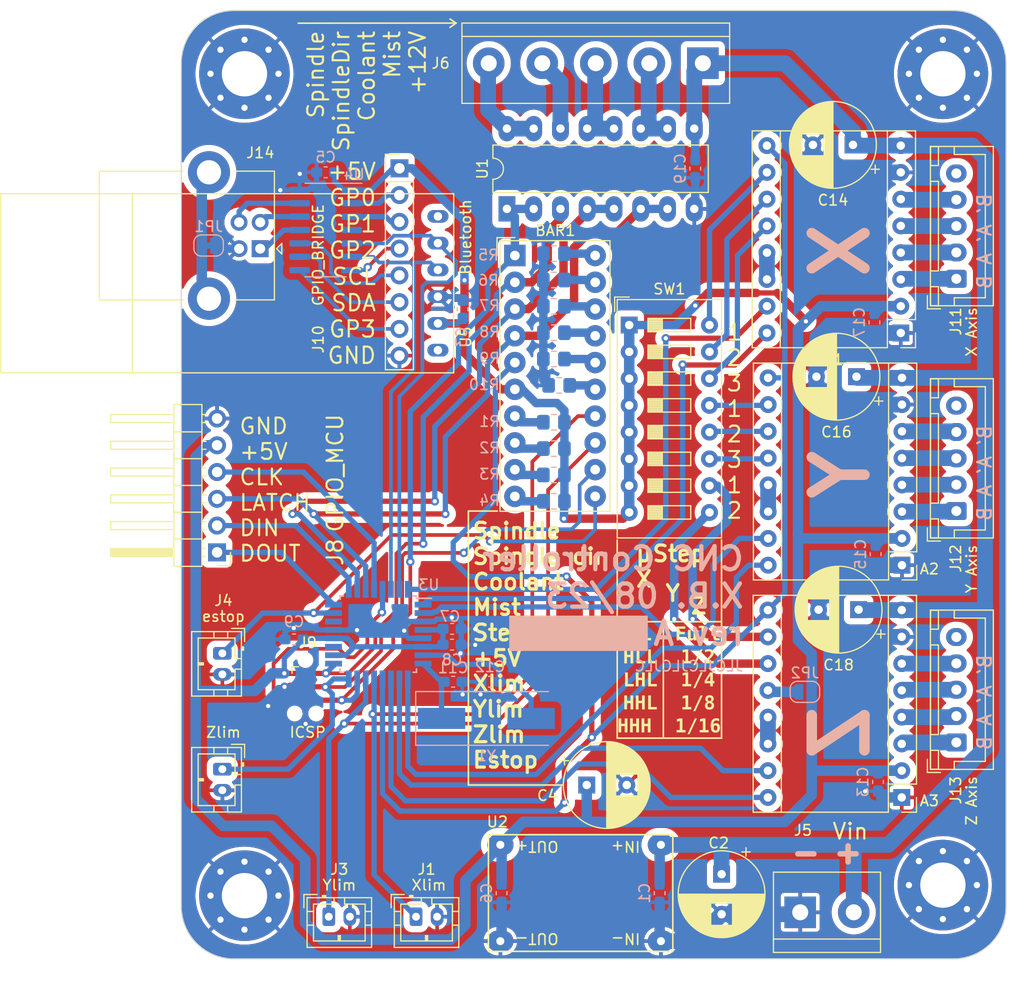
<source format=kicad_pcb>
(kicad_pcb (version 20221018) (generator pcbnew)
  (layers (0 "F.Cu" signal) (31 "B.Cu" signal) (34 "B.Paste" user) (35 "F.Paste" user) (36 "B.SilkS" user "B.Silkscreen") (37 "F.SilkS" user "F.Silkscreen") (38 "B.Mask" user) (39 "F.Mask" user) (44 "Edge.Cuts" user))
  (net 0 "")
  (net 1 "GND")
  (net 2 "+5V")
  (net 3 "Net-(A1-1B)")
  (net 4 "Net-(A1-1A)")
  (net 5 "Net-(A1-2A)")
  (net 6 "Net-(A1-2B)")
  (net 7 "+12V")
  (net 8 "/stepper_enable")
  (net 9 "/StepperDrivers/MS1_X")
  (net 10 "/StepperDrivers/MS2_X")
  (net 11 "/StepperDrivers/MS3_X")
  (net 12 "Net-(A1-~{RESET})")
  (net 13 "/MCU/stepX")
  (net 14 "/MCU/dirX")
  (net 15 "Net-(A2-1B)")
  (net 16 "Net-(A2-1A)")
  (net 17 "Net-(A2-2A)")
  (net 18 "Net-(A2-2B)")
  (net 19 "/StepperDrivers/MS1_Y")
  (net 20 "/StepperDrivers/MS2_Y")
  (net 21 "/StepperDrivers/MS3_Y")
  (net 22 "Net-(A2-~{RESET})")
  (net 23 "/MCU/stepY")
  (net 24 "/MCU/dirY")
  (net 25 "Net-(A3-1B)")
  (net 26 "Net-(A3-1A)")
  (net 27 "Net-(A3-2A)")
  (net 28 "Net-(A3-2B)")
  (net 29 "/StepperDrivers/MS1_Z")
  (net 30 "/StepperDrivers/MS2_Z")
  (net 31 "/StepperDrivers/MS3_Z")
  (net 32 "Net-(A3-~{RESET})")
  (net 33 "/MCU/stepZ")
  (net 34 "/MCU/dirZ")
  (net 35 "/spindle")
  (net 36 "/spindle_dir")
  (net 37 "/coolant")
  (net 38 "/mist")
  (net 39 "Net-(BAR1-A-Pad7)")
  (net 40 "Net-(BAR1-A-Pad8)")
  (net 41 "Net-(BAR1-A-Pad9)")
  (net 42 "Net-(BAR1-A-Pad10)")
  (net 43 "/estop")
  (net 44 "/zlim")
  (net 45 "/ylim")
  (net 46 "/xlim")
  (net 47 "Net-(BAR1-K-Pad15)")
  (net 48 "Net-(BAR1-K-Pad16)")
  (net 49 "Net-(BAR1-K-Pad17)")
  (net 50 "Net-(BAR1-K-Pad18)")
  (net 51 "Net-(BAR1-K-Pad19)")
  (net 52 "Net-(BAR1-K-Pad20)")
  (net 53 "/MCU/XTAL2")
  (net 54 "/MCU/XTAL1")
  (net 55 "Net-(J6-Pin_2)")
  (net 56 "Net-(J6-Pin_3)")
  (net 57 "Net-(J6-Pin_4)")
  (net 58 "/MCU/DOUT")
  (net 59 "/MCU/DIN")
  (net 60 "/MCU/CLK")
  (net 61 "/MCU/~{RST}")
  (net 62 "/MCU/GP0")
  (net 63 "/MCU/GP2")
  (net 64 "/MCU/GP3")
  (net 65 "/MCU/SDA")
  (net 66 "/MCU/SCL")
  (net 70 "/MCU/VUSB")
  (net 71 "Net-(J14-D-)")
  (net 72 "Net-(J14-D+)")
  (net 73 "Net-(J14-Shield)")
  (net 76 "/MCU/RX")
  (net 77 "/MCU/TX")
  (net 81 "/MCU/GP1")
  (net 82 "Net-(J6-Pin_5)")
  (footprint "Connector_PinHeader_2.54mm:PinHeader_1x08_P2.54mm_Vertical" (layer "F.Cu") (at 55.702919 35.975)
    (fp_text reference "J10")
    (fp_text value "GPIO_BRIDGE")
  )
  (footprint "Connector_PinHeader_2.54mm:PinHeader_1x06_P2.54mm_Horizontal" (layer "F.Cu") (at 38.4 72.42 180)
    (fp_text reference "J8")
    (fp_text value "GPIO_MCU")
  )
  (footprint "Connector_JST:JST_PH_B2B-PH-K_1x02_P2.00mm_Vertical" (layer "F.Cu") (at 49 107)
    (fp_text reference "J3")
    (fp_text value "Ylim")
  )
  (footprint "MountingHole:MountingHole_4.3mm_M4_Pad_Via" (layer "F.Cu") (at 107.280419 104)
    (fp_text reference "H4")
    (fp_text value "MountingHole_Pad")
  )
  (footprint "Button_Switch_THT:SW_DIP_SPSTx08_Slide_9.78x22.5mm_W7.62mm_P2.54mm" (layer "F.Cu") (at 77.512919 50.85)
    (fp_text reference "SW1")
    (fp_text value "SW_DIP_x08")
  )
  (footprint "MountingHole:MountingHole_4.3mm_M4_Pad_Via" (layer "F.Cu") (at 41 105)
    (fp_text reference "H2")
    (fp_text value "MountingHole_Pad")
  )
  (footprint "Capacitor_THT:CP_Radial_D8.0mm_P3.80mm" (layer "F.Cu") (at 99.282919 77.85875 180)
    (fp_text reference "C18")
    (fp_text value "47u")
  )
  (footprint "Capacitor_THT:CP_Radial_D8.0mm_P3.80mm" (layer "F.Cu") (at 86.280419 102.964698 -90)
    (fp_text reference "C2")
    (fp_text value "47u")
  )
  (footprint "Capacitor_THT:CP_Radial_D8.0mm_P3.80mm" (layer "F.Cu") (at 73.480419 94.5)
    (fp_text reference "C4")
    (fp_text value "47u")
  )
  (footprint "Module:Pololu_Breakout-16_15.2x20.3mm" (layer "F.Cu") (at 103.37557 95.67875 180)
    (fp_text reference "A3")
    (fp_text value "Pololu_Breakout_A4988")
  )
  (footprint "Module:Pololu_Breakout-16_15.2x20.3mm" (layer "F.Cu") (at 103.397919 73.63875 180)
    (fp_text reference "A2")
    (fp_text value "Pololu_Breakout_A4988")
  )
  (footprint "footprints:BlueSmirf" (layer "F.Cu") (at 59.357919 46.885 180)
    (fp_text reference "U5")
    (fp_text value "Bluetooth")
  )
  (footprint "MountingHole:MountingHole_4.3mm_M4_Pad_Via" (layer "F.Cu") (at 41 27)
    (fp_text reference "H1")
    (fp_text value "MountingHole_Pad")
  )
  (footprint "MountingHole:MountingHole_4.3mm_M4_Pad_Via" (layer "F.Cu") (at 107.280419 27)
    (fp_text reference "H3")
    (fp_text value "MountingHole_Pad")
  )
  (footprint "TerminalBlock:TerminalBlock_bornier-2_P5.08mm" (layer "F.Cu") (at 93.740419 106.58)
    (fp_text reference "J5")
    (fp_text value "Vin")
  )
  (footprint "TerminalBlock:TerminalBlock_bornier-5_P5.08mm" (layer "F.Cu") (at 84.5 26 180)
    (fp_text reference "J6")
    (fp_text value "Screw_Terminal_01x05")
  )
  (footprint "Display:HDSP-4830" (layer "F.Cu") (at 66.660419 44.25)
    (fp_text reference "BAR1")
    (fp_text value "HDSP-4830_2")
  )
  (footprint "Connector_JST:JST_PH_B2B-PH-K_1x02_P2.00mm_Vertical" (layer "F.Cu") (at 57.280419 107)
    (fp_text reference "J1")
    (fp_text value "Xlim")
  )
  (footprint "Connector_JST:JST_XH_B5B-XH-A_1x05_P2.50mm_Vertical" (layer "F.Cu") (at 108.557919 46.45875 90)
    (fp_text reference "J11")
    (fp_text value "X Axis")
  )
  (footprint "Package_DIP:DIP-16_W7.62mm_LongPads" (layer "F.Cu") (at 65.905419 39.825 90)
    (fp_text reference "U1")
    (fp_text value "ULN2003A")
  )
  (footprint "Connector_JST:JST_XH_B5B-XH-A_1x05_P2.50mm_Vertical" (layer "F.Cu") (at 108.557919 90.45875 90)
    (fp_text reference "J13")
    (fp_text value "Z Axis")
  )
  (footprint "Connector_USB:USB_B_Lumberg_2411_02_Horizontal" (layer "F.Cu") (at 42.490419 43.6 180)
    (fp_text reference "J14")
    (fp_text value "USB_A")
  )
  (footprint "Connector_JST:JST_PH_B2B-PH-K_1x02_P2.00mm_Vertical" (layer "F.Cu") (at 38.9 93 -90)
    (fp_text reference "J2")
    (fp_text value "Zlim")
  )
  (footprint "Capacitor_THT:CP_Radial_D8.0mm_P3.80mm" (layer "F.Cu") (at 99.080419 55.74875 180)
    (fp_text reference "C16")
    (fp_text value "47u")
  )
  (footprint "Connector:Tag-Connect_TC2030-IDC-NL_2x03_P1.27mm_Vertical" (layer "F.Cu") (at 46.780419 85.18 -90)
    (fp_text reference "J9")
    (fp_text value "ICSP")
  )
  (footprint "footprints:Mini360_step-down" (layer "F.Cu") (at 72.900419 104.747349 180)
    (fp_text reference "U2")
    (fp_text value "Mini360")
  )
  (footprint "Module:Pololu_Breakout-16_15.2x20.3mm" (layer "F.Cu") (at 103.282919 51.59875 180)
    (fp_text reference "A1")
    (fp_text value "Pololu_Breakout_A4988")
  )
  (footprint "Connector_JST:JST_PH_B2B-PH-K_1x02_P2.00mm_Vertical" (layer "F.Cu") (at 38.9 82 -90)
    (fp_text reference "J4")
    (fp_text value "estop")
  )
  (footprint "Connector_JST:JST_XH_B5B-XH-A_1x05_P2.50mm_Vertical" (layer "F.Cu") (at 108.557919 68.49875 90)
    (fp_text reference "J12")
    (fp_text value "Y Axis")
  )
  (footprint "Capacitor_THT:CP_Radial_D8.0mm_P3.80mm" (layer "F.Cu") (at 98.74557 33.74875 180)
    (fp_text reference "C14")
    (fp_text value "47u")
  )
  (footprint "Resistor_SMD:R_0805_2012Metric_Pad1.20x1.40mm_HandSolder" (layer "B.Cu") (at 70.362919 54.0725)
    (fp_text reference "R9")
    (fp_text value "1k")
  )
  (footprint "Resistor_SMD:R_0805_2012Metric_Pad1.20x1.40mm_HandSolder" (layer "B.Cu") (at 70.862919 56.5725)
    (fp_text reference "R10")
    (fp_text value "1k")
  )
  (footprint "Crystal:Crystal_SMD_HC49-SD" (layer "B.Cu") (at 63.95 88.18)
    (fp_text reference "Y1")
    (fp_text value "16MHz")
  )
  (footprint "Capacitor_SMD:C_0603_1608Metric_Pad1.08x0.95mm_HandSolder" (layer "B.Cu") (at 83.780419 36 -90)
    (fp_text reference "C19")
    (fp_text value "100n")
  )
  (footprint "Capacitor_SMD:C_0603_1608Metric_Pad1.08x0.95mm_HandSolder" (layer "B.Cu") (at 65.400419 104.767349 -90)
    (fp_text reference "C6")
    (fp_text value "100n")
  )
  (footprint "Resistor_SMD:R_0805_2012Metric_Pad1.20x1.40mm_HandSolder" (layer "B.Cu") (at 70.362919 44.0725)
    (fp_text reference "R5")
    (fp_text value "1k")
  )
  (footprint "Resistor_SMD:R_0805_2012Metric_Pad1.20x1.40mm_HandSolder" (layer "B.Cu") (at 70.362919 65.0725 180)
    (fp_text reference "R3")
    (fp_text value "1k")
  )
  (footprint "Jumper:SolderJumper-2_P1.3mm_Bridged_RoundedPad1.0x1.5mm" (layer "B.Cu") (at 37.595419 43.3 180)
    (fp_text reference "JP1")
    (fp_text value "Jumper_2_Bridged")
  )
  (footprint "Resistor_SMD:R_0805_2012Metric_Pad1.20x1.40mm_HandSolder" (layer "B.Cu") (at 70.362919 49.0725)
    (fp_text reference "R7")
    (fp_text value "1k")
  )
  (footprint "Resistor_SMD:R_0805_2012Metric_Pad1.20x1.40mm_HandSolder" (layer "B.Cu") (at 70.362919 62.5725 180)
    (fp_text reference "R2")
    (fp_text value "1k")
  )
  (footprint "Capacitor_SMD:C_0603_1608Metric_Pad1.08x0.95mm_HandSolder" (layer "B.Cu") (at 80.400419 104.767349 -90)
    (fp_text reference "C1")
    (fp_text value "100n")
  )
  (footprint "Resistor_SMD:R_0805_2012Metric_Pad1.20x1.40mm_HandSolder" (layer "B.Cu") (at 70.362919 60.0725 180)
    (fp_text reference "R1")
    (fp_text value "1k")
  )
  (footprint "Capacitor_SMD:C_0603_1608Metric_Pad1.08x0.95mm_HandSolder" (layer "B.Cu") (at 60.7 79.68)
    (fp_text reference "C7")
    (fp_text value "100n")
  )
  (footprint "Capacitor_SMD:C_0603_1608Metric_Pad1.08x0.95mm_HandSolder" (layer "B.Cu") (at 60.7 81.18)
    (fp_text reference "C8")
    (fp_text value "100n")
  )
  (footprint "Capacitor_SMD:C_0603_1608Metric_Pad1.08x0.95mm_HandSolder" (layer "B.Cu") (at 48.702919 36.35 180)
    (fp_text reference "C5")
    (fp_text value "100n")
  )
  (footprint "Package_QFP:TQFP-32_7x7mm_P0.8mm" (layer "B.Cu") (at 53.7 80.18 180)
    (fp_text reference "U3")
    (fp_text value "ATmega328P-A")
  )
  (footprint "Capacitor_SMD:C_0603_1608Metric_Pad1.08x0.95mm_HandSolder" (layer "B.Cu") (at 60.8 84.7)
    (fp_text reference "C11")
    (fp_text value "22p")
  )
  (footprint "Jumper:SolderJumper-2_P1.3mm_Open_RoundedPad1.0x1.5mm" (layer "B.Cu") (at 94.182919 85.65875 180)
    (fp_text reference "JP2")
    (fp_text value "Jumper_2_Open")
  )
  (footprint "Capacitor_SMD:C_0603_1608Metric_Pad1.08x0.95mm_HandSolder" (layer "B.Cu") (at 100.897919 72.59875 -90)
    (fp_text reference "C15")
    (fp_text value "100n")
  )
  (footprint "Capacitor_SMD:C_0603_1608Metric_Pad1.08x0.95mm_HandSolder" (layer "B.Cu") (at 64.3 84.7 180)
    (fp_text reference "C12")
    (fp_text value "22p")
  )
  (footprint "Capacitor_SMD:C_0603_1608Metric_Pad1.08x0.95mm_HandSolder" (layer "B.Cu") (at 61.702919 49.35 90)
    (fp_text reference "C3")
    (fp_text value "100n")
  )
  (footprint "Resistor_SMD:R_0805_2012Metric_Pad1.20x1.40mm_HandSolder" (layer "B.Cu") (at 70.362919 46.5725)
    (fp_text reference "R6")
    (fp_text value "1k")
  )
  (footprint "Capacitor_SMD:C_0603_1608Metric_Pad1.08x0.95mm_HandSolder" (layer "B.Cu") (at 101.122919 94.20875 -90)
    (fp_text reference "C13")
    (fp_text value "100n")
  )
  (footprint "Package_SO:SOIC-14_3.9x8.7mm_P1.27mm" (layer "B.Cu") (at 48.702919 41.83 180)
    (fp_text reference "U4")
    (fp_text value "MCP2221AxSL")
  )
  (footprint "Capacitor_SMD:C_0603_1608Metric_Pad1.08x0.95mm_HandSolder" (layer "B.Cu") (at 45.7 80.68 180)
    (fp_text reference "C9")
    (fp_text value "100n")
  )
  (footprint "Resistor_SMD:R_0805_2012Metric_Pad1.20x1.40mm_HandSolder" (layer "B.Cu") (at 70.362919 51.5725)
    (fp_text reference "R8")
    (fp_text value "1k")
  )
  (footprint "Capacitor_SMD:C_0603_1608Metric_Pad1.08x0.95mm_HandSolder" (layer "B.Cu") (at 100.782919 50.59875 -90)
    (fp_text reference "C17")
    (fp_text value "100n")
  )
  (footprint "Resistor_SMD:R_0805_2012Metric_Pad1.20x1.40mm_HandSolder" (layer "B.Cu") (at 70.362919 67.5725 180)
    (fp_text reference "R4")
    (fp_text value "1k")
  )
  (gr_rect (start 66.2 78.5) (end 79.2 81.7) (stroke (width 0.15)) (fill solid) (layer "B.SilkS"))
  (gr_line (start 62.25 94.5) (end 71.260419 94.5) (stroke (width 0.15)) (layer "F.SilkS"))
  (gr_line (start 61.080419 22.19) (end 60.5 22.6) (stroke (width 0.15)) (layer "F.SilkS"))
  (gr_line (start 61.080419 22.19) (end 46.1 22.2) (stroke (width 0.15)) (layer "F.SilkS"))
  (gr_line (start 76.372919 90.051) (end 86.272919 90.051) (stroke (width 0.15)) (layer "F.SilkS"))
  (gr_line (start 76.372919 71.25) (end 76.372919 90.051) (stroke (width 0.15)) (layer "F.SilkS"))
  (gr_line (start 61.080419 22.19) (end 60.5 21.8) (stroke (width 0.15)) (layer "F.SilkS"))
  (gr_line (start 86.272919 71.25) (end 86.272919 90.051) (stroke (width 0.15)) (layer "F.SilkS"))
  (gr_line (start 65 68.5) (end 62.25 68.5) (stroke (width 0.15)) (layer "F.SilkS"))
  (gr_line (start 80.75 79) (end 80.75 89.5) (stroke (width 0.15)) (layer "F.SilkS"))
  (gr_line (start 76.4 79) (end 86.25 79) (stroke (width 0.15)) (layer "F.SilkS"))
  (gr_line (start 80.75 89.5) (end 80.75 90) (stroke (width 0.15)) (layer "F.SilkS"))
  (gr_line (start 62.25 68.5) (end 62.25 94.5) (stroke (width 0.15)) (layer "F.SilkS"))
  (gr_line (start 40 21) (end 108.280419 21) (stroke (width 0.1)) (layer "Edge.Cuts"))
  (gr_arc (start 40 111) (mid 36.464466 109.535534) (end 35 106) (stroke (width 0.1)) (layer "Edge.Cuts"))
  (gr_line (start 113.280419 26) (end 113.280419 106) (stroke (width 0.1)) (layer "Edge.Cuts"))
  (gr_arc (start 108.280419 21) (mid 111.815953 22.464466) (end 113.280419 26) (stroke (width 0.1)) (layer "Edge.Cuts"))
  (gr_line (start 35 106) (end 35 26) (stroke (width 0.1)) (layer "Edge.Cuts"))
  (gr_line (start 108.280419 111) (end 40 111) (stroke (width 0.1)) (layer "Edge.Cuts"))
  (gr_arc (start 35 26) (mid 36.464466 22.464466) (end 40 21) (stroke (width 0.1)) (layer "Edge.Cuts"))
  (gr_arc (start 113.280419 106) (mid 111.815953 109.535534) (end 108.280419 111) (stroke (width 0.1)) (layer "Edge.Cuts"))
  (gr_text "JLCJLCJLCJLC" (at 88.4 83.8) (layer "B.SilkS") (effects (font (size 1 1)) (justify left bottom mirror)))
  (gr_text "CNC Controller\nX.B. 08/23\nrev A" (at 88.6 81.4) (layer "B.SilkS") (effects (font (size 2.2 2.2) (thickness 0.4) bold) (justify left bottom mirror)))
  (gr_text "B' A' A B" (at 112 82 90) (layer "B.SilkS") (effects (font (size 1.3 1.3) (thickness 0.2)) (justify left bottom mirror)))
  (gr_text "Z" (at 100.5 86.5 90) (layer "B.SilkS") (effects (font (size 5 5) (thickness 1) bold) (justify left bottom mirror)))
  (gr_text "B' A' A B" (at 112 38.25 90) (layer "B.SilkS") (effects (font (size 1.3 1.3) (thickness 0.2)) (justify left bottom mirror)))
  (gr_text "Y" (at 100.5 62.25 90) (layer "B.SilkS") (effects (font (size 5 5) (thickness 1) bold) (justify left bottom mirror)))
  (gr_text "X" (at 100.5 40.75 90) (layer "B.SilkS") (effects (font (size 5 5) (thickness 1) bold) (justify left bottom mirror)))
  (gr_text "B' A' A B" (at 112 60.25 90) (layer "B.SilkS") (effects (font (size 1.3 1.3) (thickness 0.2)) (justify left bottom mirror)))
  (gr_text "Spindle\nSpindle dir\nCoolant\nMist\nStepper_en\n+5V\nXlim\nYlim\nZlim\nEstop" (at 62.5 93) (layer "F.SilkS") (effects (font (size 1.5 1.5) (thickness 0.3) bold) (justify left bottom)))
  (gr_text "GND\n+5V\nCLK\nLATCH\nDIN\nDOUT" (at 40.4 73.4) (layer "F.SilkS") (effects (font (size 1.5 1.5) (thickness 0.2) bold) (justify left bottom)))
  (gr_text "+5V\nGP0\nGP1\nGP2\nSCL\nSDA\nGP3\nGND" (at 53.6 45) (layer "F.SilkS") (effects (font (size 1.55 1.5) (thickness 0.2)) (justify right)))
  (gr_text "LLL  Full\nHLL  1/2\nLHL  1/4\nHHL  1/8\nHHH  1/16" (at 81.3 84.6) (layer "F.SilkS") (effects (font (size 1.3 1.3) (thickness 0.2) bold)))
  (gr_text "Spindle\nSpindleDir\nCoolant\nMist\n+12V" (at 52.6 22.8 90) (layer "F.SilkS") (effects (font (size 1.5 1.5) (thickness 0.2)) (justify right)))
  (gr_text "µStep\nX" (at 78 73.75) (layer "F.SilkS") (effects (font (size 1.5 1.5) (thickness 0.3) bold) (justify left)))
  (gr_text "Y" (at 80.8 76.3) (layer "F.SilkS") (effects (font (size 1.5 1.5) (thickness 0.3) bold) (justify left)))
  (gr_text "1\n2\n3\n1\n2\n3\n1\n2" (at 87.5 60) (layer "F.SilkS") (effects (font (size 1.5 1.5) (thickness 0.2))))
  (gr_text "Z" (at 83.2 77.5) (layer "F.SilkS") (effects (font (size 1.5 1.5) (thickness 0.3) bold) (justify left)))
  (segment (start 46.145419 85.18) (end 44.80042 85.179999) (width 0.5) (layer "F.Cu") (net 1))
  (via (at 61.7 85.9) (size 0.8) (drill 0.4) (layers "F.Cu" "B.Cu") (net 1))
  (via (at 46.25 36.5) (size 0.8) (drill 0.4) (layers "F.Cu" "B.Cu") (net 1))
  (via (at 43.25 87) (size 0.8) (drill 0.4) (layers "F.Cu" "B.Cu") (net 1))
  (via (at 44.80042 85.179999) (size 0.8) (drill 0.4) (layers "F.Cu" "B.Cu") (net 1))
  (via (at 62.9 79.7) (size 0.8) (drill 0.4) (layers "F.Cu" "B.Cu") (net 1))
  (via (at 61.5 82) (size 0.8) (drill 0.4) (layers "F.Cu" "B.Cu") (net 1))
  (via (at 62.9 81.2) (size 0.8) (drill 0.4) (layers "F.Cu" "B.Cu") (net 1))
  (via (at 56.153792 79.854048) (size 0.8) (drill 0.4) (layers "F.Cu" "B.Cu") (net 1))
  (via (at 60.680419 78.6) (size 0.8) (drill 0.4) (layers "F.Cu" "B.Cu") (net 1))
  (via (at 63.4 85.9) (size 0.8) (drill 0.4) (layers "F.Cu" "B.Cu") (net 1))
  (via (at 51.680419 79.8) (size 0.8) (drill 0.4) (layers "F.Cu" "B.Cu") (net 1))
  (via (at 44.402919 38.05) (size 0.8) (drill 0.4) (layers "F.Cu" "B.Cu") (net 1))
  (via (at 45.680419 79.6) (size 0.8) (drill 0.4) (layers "F.Cu" "B.Cu") (net 1))
  (via (at 99.9 95.1) (size 0.8) (drill 0.4) (layers "F.Cu" "B.Cu") (net 1))
  (via (at 46.8 88.7) (size 0.8) (drill 0.4) (layers "F.Cu" "B.Cu") (net 1))
  (segment (start 80.400419 105.629849) (end 80.400419 109.197349) (width 1) (layer "B.Cu") (net 1))
  (segment (start 44.8375 80.0425) (end 44.8375 80.68) (width 0.5) (layer "B.Cu") (net 1))
  (segment (start 46.227919 38.02) (end 44.432919 38.02) (width 0.5) (layer "B.Cu") (net 1))
  (segment (start 56.65 78.98) (end 57.95 78.98) (width 0.5) (layer "B.Cu") (net 1))
  (segment (start 95.482919 79.05875) (end 95.482919 77.85875) (width 1.5) (layer "B.Cu") (net 1))
  (segment (start 97.392919 73.63875) (end 95.482919 75.54875) (width 1.5) (layer "B.Cu") (net 1))
  (segment (start 96.862919 80.43875) (end 95.482919 79.05875) (width 1.5) (layer "B.Cu") (net 1))
  (segment (start 95.482919 75.54875) (end 95.482919 77.85875) (width 1.5) (layer "B.Cu") (net 1))
  (segment (start 45.2 79.68) (end 44.8375 80.0425) (width 0.5) (layer "B.Cu") (net 1))
  (segment (start 65.400419 109.197349) (end 65.280419 109.317349) (width 1) (layer "B.Cu") (net 1))
  (segment (start 44.432919 38.02) (end 44.402919 38.05) (width 0.5) (layer "B.Cu") (net 1))
  (segment (start 56.2 79.43) (end 56.65 78.98) (width 0.5) (layer "B.Cu") (net 1))
  (segment (start 103.282919 51.59875) (end 100.920419 51.59875) (width 1) (layer "B.Cu") (net 1))
  (segment (start 69.362919 56.0725) (end 69.862919 56.5725) (width 0.8) (layer "B.Cu") (net 1))
  (segment (start 100.920419 51.59875) (end 100.782919 51.46125) (width 1) (layer "B.Cu") (net 1))
  (segment (start 47.840419 36.35) (end 47.840419 37.2125) (width 0.5) (layer "B.Cu") (net 1))
  (segment (start 96.052919 36.35875) (end 94.94557 35.251401) (width 1.5) (layer "B.Cu") (net 1))
  (segment (start 45.680419 79.6) (end 45.600419 79.68) (width 0.5) (layer "B.Cu") (net 1))
  (segment (start 101.730419 95.67875) (end 101.122919 95.07125) (width 1) (layer "B.Cu") (net 1))
  (segment (start 60.525419 78.755) (end 60.680419 78.6) (width 0.5) (layer "B.Cu") (net 1))
  (segment (start 103.282919 36.35875) (end 96.052919 36.35875) (width 1.5) (layer "B.Cu") (net 1))
  (segment (start 56.099744 79.8) (end 56.153792 79.854048) (width 0.5) (layer "B.Cu") (net 1))
  (segment (start 38.245419 40.3075) (end 38.245419 43.3) (width 0.5) (layer "B.Cu") (net 1))
  (segment (start 61.2 78.68) (end 61.5625 79.0425) (width 0.5) (layer "B.Cu") (net 1))
  (segment (start 101.075419 73.63875) (end 100.897919 73.46125) (width 1) (layer "B.Cu") (net 1))
  (segment (start 38.545419 43.6) (end 38.245419 43.3) (width 0.8) (layer "B.Cu") (net 1))
  (segment (start 93.555721 106.764698) (end 93.740419 106.58) (width 1.5) (layer "B.Cu") (net 1))
  (segment (start 65.400419 105.629849) (end 65.400419 109.197349) (width 1) (layer "B.Cu") (net 1))
  (segment (start 69.362919 44.0725) (end 69.362919 56.0725) (width 0.8) (layer "B.Cu") (net 1))
  (segment (start 57.95 78.98) (end 59.027728 78.98) (width 0.5) (layer "B.Cu") (net 1))
  (segment (start 61.5625 79.0425) (end 61.5625 79.68) (width 0.5) (layer "B.Cu") (net 1))
  (segment (start 95.280419 53.25125) (end 95.280419 55.74875) (width 1.5) (layer "B.Cu") (net 1))
  (segment (start 59.357919 48.155) (end 61.370419 48.155) (width 0.5) (layer "B.Cu") (net 1))
  (segment (start 83.780419 39.73) (end 83.685419 39.825) (width 0.8) (layer "B.Cu") (net 1))
  (segment (start 61.5625 81.18) (end 61.5625 79.68) (width 0.5) (layer "B.Cu") (net 1))
  (segment (start 59.027728 78.98) (end 59.252728 78.755) (width 0.5) (layer "B.Cu") (net 1))
  (segment (start 103.37557 95.67875) (end 101.730419 95.67875) (width 1) (layer "B.Cu") (net 1))
  (segment (start 95.257919 56.94875) (end 95.257919 55.74875) (width 1.5) (layer "B.Cu") (net 1))
  (segment (start 56.2 79.68) (end 56.2 79.43) (width 0.5) (layer "B.Cu") (net 1))
  (segment (start 49.45 79.78) (end 47.8 79.78) (width 0.5) (layer "B.Cu") (net 1))
  (segment (start 86.280419 106.764698) (end 93.555721 106.764698) (width 1.5) (layer "B.Cu") (net 1))
  (segment (start 56.6 80.58) (end 56.2 80.18) (width 0.5) (layer "B.Cu") (net 1))
  (segment (start 96.707919 58.39875) (end 95.257919 56.94875) (width 1.5) (layer "B.Cu") (net 1))
  (segment (start 45.600419 79.68) (end 45.2 79.68) (width 0.5) (layer "B.Cu") (net 1))
  (segment (start 51.680419 79.8) (end 56.099744 79.8) (width 0.5) (layer "B.Cu") (net 1))
  (segment (start 57.95 80.58) (end 56.6 80.58) (width 0.5) (layer "B.Cu") (net 1))
  (segment (start 94.94557 35.251401) (end 94.94557 33.74875) (width 1.5) (layer "B.Cu") (net 1))
  (segment (start 47.840419 37.2125) (end 47.032919 38.02) (width 0.5) (layer "B.Cu") (net 1))
  (segment (start 96.932919 51.59875) (end 95.280419 53.25125) (width 1.5) (layer "B.Cu") (net 1))
  (segment (start 49.45 79.78) (end 51.680419 79.8) (width 0.5) (layer "B.Cu") (net 1))
  (segment (start 40.490419 43.6) (end 38.545419 43.6) (width 0.8) (layer "B.Cu") (net 1))
  (segment (start 47.032919 38.02) (end 46.227919 38.02) (width 0.5) (layer "B.Cu") (net 1))
  (segment (start 103.397919 73.63875) (end 101.075419 73.63875) (width 1) (layer "B.Cu") (net 1))
  (segment (start 56.2 80.18) (end 56.2 79.68) (width 0.5) (layer "B.Cu") (net 1))
  (segment (start 45.680419 79.6) (end 47.62 79.6) (width 0.5) (layer "B.Cu") (net 1))
  (segment (start 40.532919 38.02) (end 38.245419 40.3075) (width 0.5) (layer "B.Cu") (net 1))
  (segment (start 44.402919 38.05) (end 44.372919 38.02) (width 0.5) (layer "B.Cu") (net 1))
  (segment (start 61.370419 48.155) (end 61.702919 48.4875) (width 0.5) (layer "B.Cu") (net 1))
  (segment (start 103.397919 73.63875) (end 97.392919 73.63875) (width 1.5) (layer "B.Cu") (net 1))
  (segment (start 80.520419 109.317349) (end 83.727768 109.317349) (width 1.5) (layer "B.Cu") (net 1))
  (segment (start 80.400419 109.197349) (end 80.520419 109.317349) (width 1) (layer "B.Cu") (net 1))
  (segment (start 47.62 79.6) (end 47.8 79.78) (width 0.5) (layer "B.Cu") (net 1))
  (segment (start 45.760419 79.68) (end 45.680419 79.6) (width 0.5) (layer "B.Cu") (net 1))
  (segment (start 103.282919 51.59875) (end 96.932919 51.59875) (width 1.5) (layer "B.Cu") (net 1))
  (segment (start 83.727768 109.317349) (end 86.280419 106.764698) (width 1.5) (layer "B.Cu") (net 1))
  (segment (start 103.397919 58.39875) (end 96.707919 58.39875) (width 1.5) (layer "B.Cu") (net 1))
  (segment (start 61.7 81.3175) (end 61.5625 81.18) (width 0.5) (layer "B.Cu") (net 1))
  (segment (start 56.153792 79.726208) (end 56.153792 79.854048) (width 0.5) (layer "B.Cu") (net 1))
  (segment (start 60.760419 78.68) (end 61.2 78.68) (width 0.5) (layer "B.Cu") (net 1))
  (segment (start 83.780419 36.8625) (end 83.780419 39.73) (width 0.8) (layer "B.Cu") (net 1))
  (segment (start 44.372919 38.02) (end 40.532919 38.02) (width 0.5) (layer "B.Cu") (net 1))
  (segment (start 59.252728 78.755) (end 60.525419 78.755) (width 0.5) (layer "B.Cu") (net 1))
  (segment (start 103.37557 80.43875) (end 96.862919 80.43875) (width 1.5) (layer "B.Cu") (net 1))
  (segment (start 60.680419 78.6) (end 60.760419 78.68) (width 0.5) (layer "B.Cu") (net 1))
  (segment (start 56.2 79.68) (end 56.153792 79.726208) (width 0.5) (layer "B.Cu") (net 1))
  (segment (start 66.660419 56.95) (end 65.330419 56.95) (width 0.8) (layer "F.Cu") (net 2))
  (segment (start 61.880419 53.5) (end 61.880419 50.5725) (width 0.8) (layer "F.Cu") (net 2))
  (segment (start 61.757919 50.695) (end 61.880419 50.5725) (width 0.8) (layer "F.Cu") (net 2))
  (segment (start 44.790419 83.91) (end 44.780419 83.9) (width 0.5) (layer "F.Cu") (net 2))
  (segment (start 46.145419 83.91) (end 44.790419 83.91) (width 0.5) (layer "F.Cu") (net 2))
  (segment (start 71.312919 69.2225) (end 76.920419 69.2225) (width 0.8) (layer "F.Cu") (net 2))
  (segment (start 91.580419 47.8) (end 89.580419 47.8) (width 0.5) (layer "F.Cu") (net 2))
  (segment (start 94.280419 50.5) (end 91.580419 47.8) (width 0.8) (layer "F.Cu") (net 2))
  (segment (start 83.780419 49) (end 84.980419 47.8) (width 0.8) (layer "F.Cu") (net 2))
  (segment (start 59.357919 50.695) (end 61.757919 50.695) (width 0.8) (layer "F.Cu") (net 2))
  (segment (start 65.330419 56.95) (end 61.880419 53.5) (width 0.8) (layer "F.Cu") (net 2))
  (segment (start 76.920419 69.2225) (end 77.512919 68.63) (width 0.8) (layer "F.Cu") (net 2))
  (segment (start 61.880419 50.5725) (end 61.880419 46.6) (width 0.8) (layer "F.Cu") (net 2))
  (segment (start 84.980419 47.8) (end 89.580419 47.8) (width 0.8) (layer "F.Cu") (net 2))
  (via (at 71.312919 69.2225) (size 0.8) (drill 0.4) (layers "F.Cu" "B.Cu") (net 2))
  (via (at 83.780419 49) (size 0.8) (drill 0.4) (layers "F.Cu" "B.Cu") (net 2))
  (via (at 61.880419 46.6) (size 0.8) (drill 0.4) (layers "F.Cu" "B.Cu") (net 2))
  (via (at 44.780419 83.9) (size 0.8) (drill 0.4) (layers "F.Cu" "B.Cu") (net 2))
  (via (at 94.280419 50.5) (size 0.8) (drill 0.4) (layers "F.Cu" "B.Cu") (net 2))
  (segment (start 93.879169 71.09875) (end 93.530419 70.75) (width 1) (layer "B.Cu") (net 2))
  (segment (start 36.362919 84.5725) (end 36.362919 63.3725) (width 1) (layer "B.Cu") (net 2))
  (segment (start 94.832919 85.65875) (end 94.832919 93) (width 1) (layer "B.Cu") (net 2))
  (segment (start 65.400419 103.904849) (end 65.400419 100.297349) (width 1) (layer "B.Cu") (net 2))
  (segment (start 73.480419 97.8) (end 73.280419 98) (width 1) (layer "B.Cu") (net 2))
  (segment (start 43.635419 83.9) (end 41.962919 85.5725) (width 1) (layer "B.Cu") (net 2))
  (segment (start 94.832919 85.65875) (end 94.832919 82.0525) (width 1) (layer "B.Cu") (net 2))
  (segment (start 103.397919 71.09875) (end 93.879169 71.09875) (width 1) (layer "B.Cu") (net 2))
  (segment (start 103.282919 49.05875) (end 95.721669 49.05875) (width 1) (layer "B.Cu") (net 2))
  (segment (start 48.362919 109.1725) (end 60.562919 109.1725) (width 1) (layer "B.Cu") (net 2))
  (segment (start 61.880419 40.960444) (end 56.894975 35.975) (width 0.8) (layer "B.Cu") (net 2))
  (segment (start 50.372919 38.02) (end 49.565419 37.2125) (width 0.5) (layer "B.Cu") (net 2))
  (segment (start 36.362919 84.5725) (end 36.362919 95.7725) (width 1) (layer "B.Cu") (net 2))
  (segment (start 67.360419 56.95) (end 68.660419 58.25) (width 0.8) (layer "B.Cu") (net 2))
  (segment (start 56.894975 35.975) (end 55.702919 35.975) (width 0.8) (layer "B.Cu") (net 2))
  (segment (start 41.962919 85.5725) (end 36.562919 85.5725) (width 1) (layer "B.Cu") (net 2))
  (segment (start 60.562919 109.1725) (end 61.962919 107.7725) (width 1) (layer "B.Cu") (net 2))
  (segment (start 67.457768 98) (end 65.280419 100.177349) (width 1) (layer "B.Cu") (net 2))
  (segment (start 93.530419 51.25) (end 93.530419 70.75) (width 1) (layer "B.Cu") (net 2))
  (segment (start 93.530419 70.75) (end 93.530419 80.75) (width 1) (layer "B.Cu") (net 2))
  (segment (start 65.280419 100.255) (end 65.280419 100.177349) (width 1) (layer "B.Cu") (net 2))
  (segment (start 37.475419 62.26) (end 38.4 62.26) (width 1) (layer "B.Cu") (net 2))
  (segment (start 71.362919 67.5725) (end 71.312919 69.2225) (width 0.8) (layer "B.Cu") (net 2))
  (segment (start 101.535419 71.09875) (end 100.897919 71.73625) (width 1) (layer "B.Cu") (net 2))
  (segment (start 59.357919 50.695) (end 61.220419 50.695) (width 0.5) (layer "B.Cu") (net 2))
  (segment (start 61.880419 46.6) (end 61.880419 40.960444) (width 0.8) (layer "B.Cu") (net 2))
  (segment (start 103.282919 49.05875) (end 101.460419 49.05875) (width 1) (layer "B.Cu") (net 2))
  (segment (start 70.660419 58.25) (end 71.362919 58.9525) (width 0.8) (layer "B.Cu") (net 2))
  (segment (start 61.962919 107.7725) (end 61.962919 103.5725) (width 1) (layer "B.Cu") (net 2))
  (segment (start 94.971669 93.13875) (end 94.832919 93) (width 1) (layer "B.Cu") (net 2))
  (segment (start 38.962919 98.3725) (end 43.562919 98.3725) (width 1) (layer "B.Cu") (net 2))
  (segment (start 71.362919 58.9525) (end 71.362919 67.5725) (width 0.8) (layer "B.Cu") (net 2))
  (segment (start 57.95 81.38) (end 59.6375 81.38) (width 0.5) (layer "B.Cu") (net 2))
  (segment (start 73.280419 98) (end 67.457768 98) (width 1) (layer "B.Cu") (net 2))
  (segment (start 44.780419 82.462081) (end 44.780419 83.9) (width 0.5) (layer "B.Cu") (net 2))
  (segment (start 73.480419 94.5) (end 73.480419 97.8) (width 1) (layer "B.Cu") (net 2))
  (segment (start 51.2 81.319581) (end 51.280419 81.4) (width 0.5) (layer "B.Cu") (net 2))
  (segment (start 51.280419 81.4) (end 51.2 81.480419) (width 0.5) (layer "B.Cu") (net 2))
  (segment (start 77.512919 50.85) (end 77.512919 68.63) (width 1) (layer "B.Cu") (net 2))
  (segment (start 49.565419 36.35) (end 49.565419 37.2125) (width 0.5) (layer "B.Cu") (net 2))
  (segment (start 103.397919 71.09875) (end 101.535419 71.09875) (width 1) (layer "B.Cu") (net 2))
  (segment (start 94.832919 95.4475) (end 94.832919 93) (width 1) (layer "B.Cu") (net 2))
  (segment (start 46.762919 101.5725) (end 46.762919 107.5725) (width 1) (layer "B.Cu") (net 2))
  (segment (start 59.7375 79.78) (end 59.8375 79.68) (width 0.5) (layer "B.Cu") (net 2))
  (segment (start 101.460419 49.05875) (end 100.782919 49.73625) (width 1) (layer "B.Cu") (net 2))
  (segment (start 36.362919 85.3725) (end 36.362919 84.5725) (width 1) (layer "B.Cu") (net 2))
  (segment (start 53.032919 38.02) (end 55.077919 35.975) (width 0.5) (layer "B.Cu") (net 2))
  (segment (start 36.562919 85.5725) (end 36.362919 85.3725) (width 1) (layer "B.Cu") (net 2))
  (segment (start 57.95 81.38) (end 51.4 81.38) (width 0.5) (layer "B.Cu") (net 2))
  (segment (start 61.962919 103.5725) (end 65.280419 100.255) (width 1) (layer "B.Cu") (net 2))
  (segment (start 36.362919 63.3725) (end 37.475419 62.26) (width 1) (layer "B.Cu") (net 2))
  (segment (start 93.530419 80.75) (end 94.832919 82.0525) (width 1) (layer "B.Cu") (net 2))
  (segment (start 46.6625 80.58) (end 46.5625 80.68) (width 0.5) (layer "B.Cu") (net 2))
  (segment (start 59.6375 81.38) (end 59.8375 81.18) (width 0.5) (layer "B.Cu") (net 2))
  (segment (start 55.077919 35.975) (end 55.702919 35.975) (width 0.5) (layer "B.Cu") (net 2))
  (segment (start 61.220419 50.695) (end 61.702919 50.2125) (width 0.5) (layer "B.Cu") (net 2))
  (segment (start 57.95 79.78) (end 59.7375 79.78) (width 0.5) (layer "B.Cu") (net 2))
  (segment (start 68.660419 58.25) (end 70.660419 58.25) (width 0.8) (layer "B.Cu") (net 2))
  (segment (start 51.177919 38.02) (end 50.372919 38.02) (width 0.5) (layer "B.Cu") (net 2))
  (segment (start 49.45 80.58) (end 50.75 80.58) (width 0.5) (layer "B.Cu") (net 2))
  (segment (start 92.280419 98) (end 73.280419 98) (width 1) (layer "B.Cu") (net 2))
  (segment (start 46.762919 107.5725) (end 48.362919 109.1725) (width 1) (layer "B.Cu") (net 2))
  (segment (start 51.2 81.480419) (end 51.2 81.605) (width 0.5) (layer "B.Cu") (net 2))
  (segment (start 51.177919 38.02) (end 53.032919 38.02) (width 0.5) (layer "B.Cu") (net 2))
  (segment (start 51.2 81.03) (end 51.2 81.18) (width 0.5) (layer "B.Cu") (net 2))
  (segment (start 51.2 81.18) (end 51.2 81.319581) (width 0.5) (layer "B.Cu") (net 2))
  (segment (start 50.75 80.58) (end 51.2 81.03) (width 0.5) (layer "B.Cu") (net 2))
  (segment (start 43.562919 98.3725) (end 46.762919 101.5725) (width 1) (layer "B.Cu") (net 2))
  (segment (start 59.8375 81.18) (end 59.8375 79.68) (width 0.5) (layer "B.Cu") (net 2))
  (segment (start 46.5625 80.68) (end 44.780419 82.462081) (width 0.5) (layer "B.Cu") (net 2))
  (segment (start 81.930419 50.85) (end 83.780419 49) (width 0.8) (layer "B.Cu") (net 2))
  (segment (start 51.2 81.605) (end 50.625 82.18) (width 0.5) (layer "B.Cu") (net 2))
  (segment (start 44.780419 83.9) (end 43.635419 83.9) (width 1) (layer "B.Cu") (net 2))
  (segment (start 77.512919 50.85) (end 81.930419 50.85) (width 0.8) (layer "B.Cu") (net 2))
  (segment (start 101.330419 93.13875) (end 101.122919 93.34625) (width 1) (layer "B.Cu") (net 2))
  (segment (start 65.400419 100.297349) (end 65.280419 100.177349) (width 1) (layer "B.Cu") (net 2))
  (segment (start 95.721669 49.05875) (end 93.530419 51.25) (width 1) (layer "B.Cu") (net 2))
  (segment (start 49.45 80.58) (end 46.6625 80.58) (width 0.5) (layer "B.Cu") (net 2))
  (segment (start 103.37557 93.13875) (end 94.971669 93.13875) (width 1) (layer "B.Cu") (net 2))
  (segment (start 66.660419 56.95) (end 67.360419 56.95) (width 0.8) (layer "B.Cu") (net 2))
  (segment (start 50.625 82.18) (end 49.45 82.18) (width 0.5) (layer "B.Cu") (net 2))
  (segment (start 51.4 81.38) (end 51.2 81.18) (width 0.5) (layer "B.Cu") (net 2))
  (segment (start 103.37557 93.13875) (end 101.330419 93.13875) (width 1) (layer "B.Cu") (net 2))
  (segment (start 92.280419 98) (end 94.832919 95.4475) (width 1) (layer "B.Cu") (net 2))
  (segment (start 36.362919 95.7725) (end 38.962919 98.3725) (width 1) (layer "B.Cu") (net 2))
  (segment (start 103.342919 46.45875) (end 103.282919 46.51875) (width 1.5) (layer "B.Cu") (net 3))
  (segment (start 108.192919 46.45875) (end 103.342919 46.45875) (width 1.5) (layer "B.Cu") (net 3))
  (segment (start 108.192919 43.95875) (end 103.302919 43.95875) (width 1.5) (layer "B.Cu") (net 4))
  (segment (start 103.302919 43.95875) (end 103.282919 43.97875) (width 1.5) (layer "B.Cu") (net 4))
  (segment (start 103.302919 41.45875) (end 103.282919 41.43875) (width 1.5) (layer "B.Cu") (net 5))
  (segment (start 108.192919 41.45875) (end 103.302919 41.45875) (width 1.5) (layer "B.Cu") (net 5))
  (segment (start 108.192919 38.95875) (end 103.342919 38.95875) (width 1.5) (layer "B.Cu") (net 6))
  (segment (start 103.342919 38.95875) (end 103.282919 38.89875) (width 1.5) (layer "B.Cu") (net 6))
  (segment (start 98.820419 100.217349) (end 98.780419 100.177349) (width 1.5) (layer "B.Cu") (net 7))
  (segment (start 80.400419 103.904849) (end 80.400419 100.297349) (width 1) (layer "B.Cu") (net 7))
  (segment (start 111.280419 77.7) (end 111.280419 91) (width 1.5) (layer "B.Cu") (net 7))
  (segment (start 111.280419 56) (end 111.280419 35) (width 1.5) (layer "B.Cu") (net 7))
  (segment (start 98.820419 106.58) (end 98.820419 100.217349) (width 1.5) (layer "B.Cu") (net 7))
  (segment (start 111.280419 35) (end 110.099169 33.81875) (width 1.5) (layer "B.Cu") (net 7))
  (segment (start 98.74557 33.74875) (end 98.74557 32.465151) (width 1.5) (layer "B.Cu") (net 7))
  (segment (start 92.280419 26) (end 84.440419 26) (width 1.5) (layer "B.Cu") (net 7))
  (segment (start 103.397919 55.85875) (end 111.139169 55.85875) (width 1.5) (layer "B.Cu") (net 7))
  (segment (start 111.081669 77.89875) (end 111.280419 77.7) (width 1.5) (layer "B.Cu") (net 7))
  (segment (start 86.280419 100.177349) (end 80.520419 100.177349) (width 1.5) (layer "B.Cu") (net 7))
  (segment (start 98.780419 100.177349) (end 86.280419 100.177349) (width 1.5) (layer "B.Cu") (net 7))
  (segment (start 111.280419 91) (end 102.10307 100.177349) (width 1.5) (layer "B.Cu") (net 7))
  (segment (start 83.780419 32.3) (end 83.685419 32.205) (width 0.8) (layer "B.Cu") (net 7))
  (segment (start 111.280419 69.993901) (end 111.280419 77.7) (width 1.5) (layer "B.Cu") (net 7))
  (segment (start 83.685419 26.755) (end 84.440419 26) (width 1.5) (layer "B.Cu") (net 7))
  (segment (start 110.099169 33.81875) (end 103.282919 33.81875) (width 1.5) (layer "B.Cu") (net 7))
  (segment (start 102.10307 100.177349) (end 98.780419 100.177349) (width 1.5) (layer "B.Cu") (net 7))
  (segment (start 103.37557 77.89875) (end 99.322919 77.89875) (width 1.5) (layer "B.Cu") (net 7))
  (segment (start 83.780419 35.1375) (end 83.780419 32.3) (width 0.8) (layer "B.Cu") (net 7))
  (segment (start 83.685419 32.205) (end 83.685419 26.755) (width 1.5) (layer "B.Cu") (net 7))
  (segment (start 98.81557 33.81875) (end 98.74557 33.74875) (width 1.5) (layer "B.Cu") (net 7))
  (segment (start 103.397919 55.85875) (end 99.167919 55.85875) (width 1.5) (layer "B.Cu") (net 7))
  (segment (start 111.280419 69.993901) (end 111.280419 56) (width 1.5) (layer "B.Cu") (net 7))
  (segment (start 80.400419 100.297349) (end 80.520419 100.177349) (width 1) (layer "B.Cu") (net 7))
  (segment (start 103.37557 77.89875) (end 111.081669 77.89875) (width 1.5) (layer "B.Cu") (net 7))
  (segment (start 103.282919 33.81875) (end 98.81557 33.81875) (width 1.5) (layer "B.Cu") (net 7))
  (segment (start 99.322919 77.89875) (end 99.282919 77.85875) (width 1.5) (layer "B.Cu") (net 7))
  (segment (start 98.74557 32.465151) (end 92.280419 26) (width 1.5) (layer "B.Cu") (net 7))
  (segment (start 99.167919 55.85875) (end 99.057919 55.74875) (width 1.5) (layer "B.Cu") (net 7))
  (segment (start 111.139169 55.85875) (end 111.280419 56) (width 1.5) (layer "B.Cu") (net 7))
  (segment (start 86.280419 102.964698) (end 86.280419 100.177349) (width 1.5) (layer "B.Cu") (net 7))
  (segment (start 71.362919 92.5725) (end 73.962919 89.9725) (width 0.5) (layer "F.Cu") (net 8))
  (segment (start 71.362919 96.1725) (end 71.362919 92.5725) (width 0.5) (layer "F.Cu") (net 8))
  (segment (start 73.962919 89.9725) (end 73.962919 77.1225) (width 0.5) (layer "F.Cu") (net 8))
  (segment (start 73.962919 77.1225) (end 71.562919 74.7225) (width 0.5) (layer "F.Cu") (net 8))
  (via (at 71.362919 96.1725) (size 0.8) (drill 0.4) (layers "F.Cu" "B.Cu") (net 8))
  (via (at 71.562919 74.7225) (size 0.8) (drill 0.4) (layers "F.Cu" "B.Cu") (net 8))
  (via (at 73.962919 89.9725) (size 0.8) (drill 0.4) (layers "F.Cu" "B.Cu") (net 8))
  (segment (start 64.812919 67.4725) (end 60.812919 71.4725) (width 0.5) (layer "B.Cu") (net 8))
  (segment (start 92.280419 55.75) (end 92.280419 35.51625) (width 0.5) (layer "B.Cu") (net 8))
  (segment (start 90.697919 55.85875) (end 92.171669 55.85875) (width 0.5) (layer "B.Cu") (net 8))
  (segment (start 73.962919 89.9725) (end 80.762919 83.1725) (width 0.5) (layer "B.Cu") (net 8))
  (segment (start 92.280419 76.293901) (end 92.280419 55.75) (width 0.5) (layer "B.Cu") (net 8))
  (segment (start 60.812919 71.4725) (end 60.812919 73.2225) (width 0.5) (layer "B.Cu") (net 8))
  (segment (start 66.660419 54.41) (end 64.812919 56.2575) (width 0.5) (layer "B.Cu") (net 8))
  (segment (start 54.1 84.43) (end 54.1 95.309581) (width 0.5) (layer "B.Cu") (net 8))
  (segment (start 90.67557 77.89875) (end 92.280419 76.293901) (width 0.5) (layer "B.Cu") (net 8))
  (segment (start 92.280419 35.51625) (end 90.582919 33.81875) (width 0.5) (layer "B.Cu") (net 8))
  (segment (start 54.1 95.309581) (end 55.762919 96.9725) (width 0.5) (layer "B.Cu") (net 8))
  (segment (start 80.762919 83.1725) (end 85.40182 83.1725) (width 0.5) (layer "B.Cu") (net 8))
  (segment (start 85.40182 83.1725) (end 90.67557 77.89875) (width 0.5) (layer "B.Cu") (net 8))
  (segment (start 64.812919 56.2575) (end 64.812919 67.4725) (width 0.5) (layer "B.Cu") (net 8))
  (segment (start 70.562919 96.9725) (end 71.362919 96.1725) (width 0.5) (layer "B.Cu") (net 8))
  (segment (start 55.762919 96.9725) (end 70.562919 96.9725) (width 0.5) (layer "B.Cu") (net 8))
  (segment (start 62.312919 74.7225) (end 71.562919 74.7225) (width 0.5) (layer "B.Cu") (net 8))
  (segment (start 60.812919 73.2225) (end 62.312919 74.7225) (width 0.5) (layer "B.Cu") (net 8))
  (segment (start 85.132919 41.80875) (end 90.582919 36.35875) (width 0.5) (layer "B.Cu") (net 9))
  (segment (start 85.132919 50.85) (end 85.132919 41.80875) (width 0.5) (layer "B.Cu") (net 9))
  (segment (start 85.132919 53.39) (end 86.780419 51.7425) (width 0.5) (layer "B.Cu") (net 10))
  (segment (start 86.780419 51.7425) (end 86.780419 42.70125) (width 0.5) (layer "B.Cu") (net 10))
  (segment (start 86.780419 42.70125) (end 90.582919 38.89875) (width 0.5) (layer "B.Cu") (net 10))
  (segment (start 85.132919 55.93) (end 87.780419 53.2825) (width 0.5) (layer "B.Cu") (net 11))
  (segment (start 87.780419 44.24125) (end 90.582919 41.43875) (width 0.5) (layer "B.Cu") (net 11))
  (segment (start 87.780419 53.2825) (end 87.780419 44.24125) (width 0.5) (layer "B.Cu") (net 11))
  (segment (start 90.582919 46.51875) (end 90.582919 43.97875) (width 1.5) (layer "B.Cu") (net 12))
  (segment (start 87.541669 52.1) (end 80.980419 52.1) (width 0.5) (layer "F.Cu") (net 13))
  (segment (start 90.582919 49.05875) (end 87.541669 52.1) (width 0.5) (layer "F.Cu") (net 13))
  (via (at 80.980419 52.1) (size 0.8) (drill 0.4) (layers "F.Cu" "B.Cu") (net 13))
  (segment (start 74.355419 75.93) (end 80.980419 69.305) (width 0.5) (layer "B.Cu") (net 13))
  (segment (start 80.980419 69.305) (end 80.980419 52.1) (width 0.5) (layer "B.Cu") (net 13))
  (segment (start 56.5 75.93) (end 74.355419 75.93) (width 0.5) (layer "B.Cu") (net 13))
  (segment (start 90.582919 51.59875) (end 87.541669 54.64) (width 0.5) (layer "F.Cu") (net 14))
  (segment (start 87.541669 54.64) (end 82.620419 54.64) (width 0.5) (layer "F.Cu") (net 14))
  (via (at 82.580419 54.6) (size 0.8) (drill 0.4) (layers "F.Cu" "B.Cu") (net 14))
  (segment (start 74.985419 76.8) (end 58.53 76.8) (width 0.5) (layer "B.Cu") (net 14))
  (segment (start 82.580419 69.205) (end 74.985419 76.8) (width 0.5) (layer "B.Cu") (net 14))
  (segment (start 82.580419 54.6) (end 82.580419 69.205) (width 0.5) (layer "B.Cu") (net 14))
  (segment (start 58.53 76.8) (end 57.95 77.38) (width 0.5) (layer "B.Cu") (net 14))
  (segment (start 108.497919 68.55875) (end 108.557919 68.49875) (width 1.5) (layer "B.Cu") (net 15))
  (segment (start 103.397919 68.55875) (end 108.497919 68.55875) (width 1.5) (layer "B.Cu") (net 15))
  (segment (start 108.557919 65.99875) (end 103.417919 65.99875) (width 1.5) (layer "B.Cu") (net 16))
  (segment (start 103.417919 65.99875) (end 103.397919 66.01875) (width 1.5) (layer "B.Cu") (net 16))
  (segment (start 108.537919 63.47875) (end 108.557919 63.49875) (width 1.5) (layer "B.Cu") (net 17))
  (segment (start 103.397919 63.47875) (end 108.537919 63.47875) (width 1.5) (layer "B.Cu") (net 17))
  (segment (start 103.397919 60.93875) (end 108.497919 60.93875) (width 1.5) (layer "B.Cu") (net 18))
  (segment (start 108.497919 60.93875) (end 108.557919 60.99875) (width 1.5) (layer "B.Cu") (net 18))
  (segment (start 90.626669 58.47) (end 90.697919 58.39875) (width 0.5) (layer "B.Cu") (net 19))
  (segment (start 85.132919 58.47) (end 90.626669 58.47) (width 0.5) (layer "B.Cu") (net 19))
  (segment (start 90.697919 60.93875) (end 85.204169 60.93875) (width 0.5) (layer "B.Cu") (net 20))
  (segment (start 85.204169 60.93875) (end 85.132919 61.01) (width 0.5) (layer "B.Cu") (net 20))
  (segment (start 90.626669 63.55) (end 90.697919 63.47875) (width 0.5) (layer "B.Cu") (net 21))
  (segment (start 85.132919 63.55) (end 90.626669 63.55) (width 0.5) (layer "B.Cu") (net 21))
  (segment (start 90.697919 66.01875) (end 90.697919 68.55875) (width 1.5) (layer "B.Cu") (net 22))
  (segment (start 85.480419 78.9) (end 84.180419 80.2) (width 0.5) (layer "B.Cu") (net 23))
  (segment (start 84.180419 80.2) (end 81.280419 80.2) (width 0.5) (layer "B.Cu") (net 23))
  (segment (start 59.22492 78.055499) (end 59.680419 77.6) (width 0.5) (layer "B.Cu") (net 23))
  (segment (start 58.838484 78.18) (end 58.962985 78.055499) (width 0.5) (layer "B.Cu") (net 23))
  (segment (start 59.680419 77.6) (end 78.680419 77.6) (width 0.5) (layer "B.Cu") (net 23))
  (segment (start 78.680419 77.6) (end 81.280419 80.2) (width 0.5) (layer "B.Cu") (net 23))
  (segment (start 85.480419 73.6) (end 85.480419 78.9) (width 0.5) (layer "B.Cu") (net 23))
  (segment (start 57.95 78.18) (end 58.838484 78.18) (width 0.5) (layer "B.Cu") (net 23))
  (segment (start 87.981669 71.09875) (end 85.480419 73.6) (width 0.5) (layer "B.Cu") (net 23))
  (segment (start 90.697919 71.09875) (end 87.981669 71.09875) (width 0.5) (layer "B.Cu") (net 23))
  (segment (start 58.962985 78.055499) (end 59.22492 78.055499) (width 0.5) (layer "B.Cu") (net 23))
  (segment (start 56.5 84.43) (end 56.5 92.719581) (width 0.5) (layer "B.Cu") (net 24))
  (segment (start 80.7 81.5) (end 85.280419 81.5) (width 0.5) (layer "B.Cu") (net 24))
  (segment (start 57.280419 93.5) (end 68.7 93.5) (width 0.5) (layer "B.Cu") (net 24))
  (segment (start 68.7 93.5) (end 80.7 81.5) (width 0.5) (layer "B.Cu") (net 24))
  (segment (start 56.5 92.719581) (end 57.280419 93.5) (width 0.5) (layer "B.Cu") (net 24))
  (segment (start 85.280419 81.5) (end 87.680419 79.1) (width 0.5) (layer "B.Cu") (net 24))
  (segment (start 87.680419 74.8) (end 88.841669 73.63875) (width 0.5) (layer "B.Cu") (net 24))
  (segment (start 87.680419 79.1) (end 87.680419 74.8) (width 0.5) (layer "B.Cu") (net 24))
  (segment (start 88.841669 73.63875) (end 90.697919 73.63875) (width 0.5) (layer "B.Cu") (net 24))
  (segment (start 108.65057 90.45875) (end 103.51557 90.45875) (width 1.5) (layer "B.Cu") (net 25))
  (segment (start 103.51557 90.45875) (end 103.37557 90.59875) (width 1.5) (layer "B.Cu") (net 25))
  (segment (start 103.37557 88.05875) (end 108.55057 88.05875) (width 1.5) (layer "B.Cu") (net 26))
  (segment (start 103.43557 85.45875) (end 103.37557 85.51875) (width 1.5) (layer "B.Cu") (net 27))
  (segment (start 108.65057 85.45875) (end 103.43557 85.45875) (width 1.5) (layer "B.Cu") (net 27))
  (segment (start 103.37557 82.97875) (end 108.63057 82.97875) (width 1.5) (layer "B.Cu") (net 28))
  (segment (start 90.67557 80.43875) (end 85.219169 80.43875) (width 0.8) (layer "F.Cu") (net 29))
  (segment (start 85.219169 80.43875) (end 83.530419 78.75) (width 0.8) (layer "F.Cu") (net 29))
  (via (at 83.530419 78.75) (size 0.8) (drill 0.4) (layers "F.Cu" "B.Cu") (net 29))
  (segment (start 85.870419 66.09) (end 85.132919 66.09) (width 0.8) (layer "B.Cu") (net 29))
  (segment (start 86.780419 69.5) (end 86.780419 67) (width 0.8) (layer "B.Cu") (net 29))
  (segment (start 83.530419 72.75) (end 86.780419 69.5) (width 0.8) (layer "B.Cu") (net 29))
  (segment (start 83.530419 78.75) (end 83.530419 72.75) (width 0.8) (layer "B.Cu") (net 29))
  (segment (start 86.780419 67) (end 85.870419 66.09) (width 0.8) (layer "B.Cu") (net 29))
  (segment (start 90.67557 82.97875) (end 86.009169 82.97875) (width 0.8) (layer "F.Cu") (net 30))
  (segment (start 86.009169 82.97875) (end 81.780419 78.75) (width 0.8) (layer "F.Cu") (net 30))
  (via (at 81.780419 78.75) (size 0.8) (drill 0.4) (layers "F.Cu" "B.Cu") (net 30))
  (segment (start 81.780419 71.9825) (end 81.780419 78.75) (width 0.8) (layer "B.Cu") (net 30))
  (segment (start 85.132919 68.63) (end 81.780419 71.9825) (width 0.8) (layer "B.Cu") (net 30))
  (segment (start 93.532919 85.65875) (end 90.81557 85.65875) (width 1) (layer "B.Cu") (net 31))
  (segment (start 90.81557 85.65875) (end 90.67557 85.51875) (width 1) (layer "B.Cu") (net 31))
  (segment (start 90.67557 88.05875) (end 90.67557 90.59875) (width 1.5) (layer "B.Cu") (net 32))
  (segment (start 55.7 93.419581) (end 56.780419 94.5) (width 0.5) (layer "B.Cu") (net 33))
  (segment (start 55.7 84.43) (end 55.7 93.419581) (width 0.5) (layer "B.Cu") (net 33))
  (segment (start 86.419169 93.13875) (end 90.67557 93.13875) (width 0.5) (layer "B.Cu") (net 33))
  (segment (start 69.280419 94.5) (end 72.780419 91) (width 0.5) (layer "B.Cu") (net 33))
  (segment (start 56.780419 94.5) (end 69.280419 94.5) (width 0.5) (layer "B.Cu") (net 33))
  (segment (start 72.780419 91) (end 84.280419 91) (width 0.5) (layer "B.Cu") (net 33))
  (segment (start 84.280419 91) (end 86.419169 93.13875) (width 0.5) (layer "B.Cu") (net 33))
  (segment (start 81.459169 95.67875) (end 78.280419 92.5) (width 0.5) (layer "B.Cu") (net 34))
  (segment (start 78.280419 92.5) (end 72.780419 92.5) (width 0.5) (layer "B.Cu") (net 34))
  (segment (start 90.67557 95.67875) (end 81.459169 95.67875) (width 0.5) (layer "B.Cu") (net 34))
  (segment (start 54.9 94.619581) (end 54.9 84.43) (width 0.5) (layer "B.Cu") (net 34))
  (segment (start 72.780419 92.5) (end 69.280419 96) (width 0.5) (layer "B.Cu") (net 34))
  (segment (start 56.280419 96) (end 54.9 94.619581) (width 0.5) (layer "B.Cu") (net 34))
  (segment (start 69.280419 96) (end 56.280419 96) (width 0.5) (layer "B.Cu") (net 34))
  (segment (start 56.737419 78.175112) (end 56.737419 73.315573) (width 0.35) (layer "F.Cu") (net 35))
  (segment (start 55.11242 81.567999) (end 55.11242 79.800111) (width 0.35) (layer "F.Cu") (net 35))
  (segment (start 55.11242 79.800111) (end 56.737419 78.175112) (width 0.35) (layer "F.Cu") (net 35))
  (segment (start 47.415419 86.45) (end 50.230419 86.45) (width 0.5) (layer "F.Cu") (net 35))
  (segment (start 50.230419 86.45) (end 55.11242 81.567999) (width 0.35) (layer "F.Cu") (net 35))
  (via (at 56.737419 73.315573) (size 0.8) (drill 0.4) (layers "F.Cu" "B.Cu") (net 35))
  (via (at 50.230419 86.45) (size 0.8) (drill 0.4) (layers "F.Cu" "B.Cu") (net 35))
  (segment (start 65.905419 39.825) (end 68.445419 39.825) (width 0.8) (layer "B.Cu") (net 35))
  (segment (start 66.660419 40.58) (end 65.905419 39.825) (width 0.8) (layer "B.Cu") (net 35))
  (segment (start 64.1 46.810419) (end 64.1 49.325191) (width 0.5) (layer "B.Cu") (net 35))
  (segment (start 66.660419 44.25) (end 66.660419 40.58) (width 0.8) (layer "B.Cu") (net 35))
  (segment (start 56.737419 59.048) (end 56.737419 73.315573) (width 0.5) (layer "B.Cu") (net 35))
  (segment (start 64.1 49.325191) (end 61.312919 52.112272) (width 0.5) (layer "B.Cu") (net 35))
  (segment (start 51.7 84.43) (end 51.7 85.930419) (width 0.5) (layer "B.Cu") (net 35))
  (segment (start 61.312919 54.4725) (end 56.737419 59.048) (width 0.5) (layer "B.Cu") (net 35))
  (segment (start 61.312919 52.112272) (end 61.312919 54.4725) (width 0.5) (layer "B.Cu") (net 35))
  (segment (start 51.180419 86.45) (end 50.230419 86.45) (width 0.5) (layer "B.Cu") (net 35))
  (segment (start 66.660419 44.25) (end 64.1 46.810419) (width 0.5) (layer "B.Cu") (net 35))
  (segment (start 51.7 85.930419) (end 51.180419 86.45) (width 0.5) (layer "B.Cu") (net 35))
  (segment (start 48.730419 83.9) (end 50.858307 83.9) (width 0.35) (layer "F.Cu") (net 36))
  (segment (start 70.985419 40.795) (end 70.985419 39.825) (width 0.8) (layer "F.Cu") (net 36))
  (segment (start 69.780419 42) (end 70.985419 40.795) (width 0.8) (layer "F.Cu") (net 36))
  (segment (start 48.730419 83.9) (end 48.580419 83.91) (width 0.5) (layer "F.Cu") (net 36))
  (segment (start 50.858307 83.9) (end 53.413418 81.344889) (width 0.35) (layer "F.Cu") (net 36))
  (segment (start 48.580419 83.91) (end 48.570419 83.91) (width 0.5) (layer "F.Cu") (net 36))
  (segment (start 68.240419 46.79) (end 69.780419 45.25) (width 0.8) (layer "F.Cu") (net 36))
  (segment (start 53.413418 79.944889) (end 55.413418 77.944889) (width 0.35) (layer "F.Cu") (net 36))
  (segment (start 53.413418 81.344889) (end 53.413418 79.944889) (width 0.35) (layer "F.Cu") (net 36))
  (segment (start 56.360307 71.598) (end 57.962919 71.598) (width 0.35) (layer "F.Cu") (net 36))
  (segment (start 48.560419 83.91) (end 48.730419 83.9) (width 0.5) (layer "F.Cu") (net 36))
  (segment (start 69.780419 45.25) (end 69.780419 42) (width 0.8) (layer "F.Cu") (net 36))
  (segment (start 55.413418 77.944889) (end 55.413418 72.544889) (width 0.35) (layer "F.Cu") (net 36))
  (segment (start 66.660419 46.79) (end 68.240419 46.79) (width 0.8) (layer "F.Cu") (net 36))
  (segment (start 47.415419 83.91) (end 48.560419 83.91) (width 0.5) (layer "F.Cu") (net 36))
  (segment (start 55.413418 72.544889) (end 56.360307 71.598) (width 0.35) (layer "F.Cu") (net 36))
  (via (at 48.730419 83.9) (size 0.8) (drill 0.4) (layers "F.Cu" "B.Cu") (net 36))
  (via (at 57.962919 71.598) (size 0.8) (drill 0.4) (layers "F.Cu" "B.Cu") (net 36))
  (segment (start 62.312919 55.244012) (end 57.962919 59.594012) (width 0.5) (layer "B.Cu") (net 36))
  (segment (start 66.660419 46.79) (end 66.11 46.79) (width 0.5) (layer "B.Cu") (net 36))
  (segment (start 64.9 49.835419) (end 62.312919 52.4225) (width 0.5) (layer "B.Cu") (net 36))
  (segment (start 64.9 48) (end 64.9 49.835419) (width 0.5) (layer "B.Cu") (net 36))
  (segment (start 49.45 83.180419) (end 48.730419 83.9) (width 0.5) (layer "B.Cu") (net 36))
  (segment (start 62.312919 52.4225) (end 62.312919 55.244012) (width 0.5) (layer "B.Cu") (net 36))
  (segment (start 57.962919 59.594012) (end 57.962919 71.598) (width 0.5) (layer "B.Cu") (net 36))
  (segment (start 66.11 46.79) (end 64.9 48) (width 0.5) (layer "B.Cu") (net 36))
  (segment (start 49.45 82.98) (end 49.45 83.180419) (width 0.5) (layer "B.Cu") (net 36))
  (segment (start 67.950419 49.33) (end 71.27992 46.000499) (width 0.8) (layer "F.Cu") (net 37))
  (segment (start 46.762919 67.5725) (end 45.562919 68.7725) (width 0.5) (layer "F.Cu") (net 37))
  (segment (start 73.525419 40.168508) (end 73.525419 39.825) (width 0.8) (layer "F.Cu") (net 37))
  (segment (start 71.27992 46.000499) (end 71.27992 42.414007) (width 0.8) (layer "F.Cu") (net 37))
  (segment (start 71.27992 42.414007) (end 73.525419 40.168508) (width 0.8) (layer "F.Cu") (net 37))
  (segment (start 46.762919 67.5725) (end 59.062919 67.5725) (width 0.5) (layer "F.Cu") (net 37))
  (segment (start 66.660419 49.33) (end 67.950419 49.33) (width 0.8) (layer "F.Cu") (net 37))
  (via (at 59.062919 67.5725) (size 0.8) (drill 0.4) (layers "F.Cu" "B.Cu") (net 37))
  (via (at 45.562919 68.7725) (size 0.8) (drill 0.4) (layers "F.Cu" "B.Cu") (net 37))
  (segment (start 46.162919 68.7725) (end 45.562919 68.7725) (width 0.5) (layer "B.Cu") (net 37))
  (segment (start 66.660419 49.33) (end 63.312919 52.6775) (width 0.5) (layer "B.Cu") (net 37))
  (segment (start 59.062919 60.4725) (end 59.062919 67.5725) (width 0.5) (layer "B.Cu") (net 37))
  (segment (start 76.065419 39.825) (end 73.525419 39.825) (width 0.8) (layer "B.Cu") (net 37))
  (segment (start 51.7 75.93) (end 51.7 74.309581) (width 0.5) (layer "B.Cu") (net 37))
  (segment (start 63.312919 52.6775) (end 63.312919 56.2225) (width 0.5) (layer "B.Cu") (net 37))
  (segment (start 51.7 74.309581) (end 46.162919 68.7725) (width 0.5) (layer "B.Cu") (net 37))
  (segment (start 63.312919 56.2225) (end 59.062919 60.4725) (width 0.5) (layer "B.Cu") (net 37))
  (segment (start 76.430419 42) (end 73.780419 42) (width 0.8) (layer "F.Cu") (net 38))
  (segment (start 47.562919 68.7725) (end 60.062919 68.7725) (width 0.5) (layer "F.Cu") (net 38))
  (segment (start 72.280419 43.5) (end 72.280419 48.5) (width 0.8) (layer "F.Cu") (net 38))
  (segment (start 68.910419 51.87) (end 66.660419 51.87) (width 0.8) (layer "F.Cu") (net 38))
  (segment (start 73.780419 42) (end 72.280419 43.5) (width 0.8) (layer "F.Cu") (net 38))
  (segment (start 72.280419 48.5) (end 68.910419 51.87) (width 0.8) (layer "F.Cu") (net 38))
  (segment (start 78.605419 39.825) (end 76.430419 42) (width 0.8) (layer "F.Cu") (net 38))
  (via (at 47.562919 68.7725) (size 0.8) (drill 0.4) (layers "F.Cu" "B.Cu") (net 38))
  (via (at 60.062919 68.7725) (size 0.8) (drill 0.4) (layers "F.Cu" "B.Cu") (net 38))
  (segment (start 64.562919 53.9675) (end 64.562919 53.9725) (width 0.5) (layer "B.Cu") (net 38))
  (segment (start 64.562919 53.9725) (end 64.062919 54.4725) (width 0.5) (layer "B.Cu") (net 38))
  (segment (start 60.062919 61.4725) (end 60.062919 68.7725) (width 0.5) (layer "B.Cu") (net 38))
  (segment (start 64.062919 57.4725) (end 60.062919 61.4725) (width 0.5) (layer "B.Cu") (net 38))
  (segment (start 64.062919 54.4725) (end 64.062919 57.4725) (width 0.5) (layer "B.Cu") (net 38))
  (segment (start 38.4 67.34) (end 46.120419 67.34) (width 0.5) (layer "B.Cu") (net 38))
  (segment (start 66.660419 51.87) (end 64.562919 53.9675) (width 0.5) (layer "B.Cu") (net 38))
  (segment (start 46.120419 67.34) (end 52.5 73.719581) (width 0.5) (layer "B.Cu") (net 38))
  (segment (start 52.5 73.719581) (end 52.5 75.93) (width 0.5) (layer "B.Cu") (net 38))
  (segment (start 78.605419 39.825) (end 81.145419 39.825) (width 0.8) (layer "B.Cu") (net 38))
  (segment (start 67.242919 60.0725) (end 66.660419 59.49) (width 0.8) (layer "B.Cu") (net 39))
  (segment (start 69.362919 60.0725) (end 67.242919 60.0725) (width 0.8) (layer "B.Cu") (net 39))
  (segment (start 69.362919 62.5725) (end 67.202919 62.5725) (width 0.8) (layer "B.Cu") (net 40))
  (segment (start 67.202919 62.5725) (end 66.660419 62.03) (width 0.8) (layer "B.Cu") (net 40))
  (segment (start 69.362919 65.0725) (end 67.162919 65.0725) (width 0.8) (layer "B.Cu") (net 41))
  (segment (start 67.162919 65.0725) (end 66.660419 64.57) (width 0.8) (layer "B.Cu") (net 41))
  (segment (start 67.122919 67.5725) (end 66.660419 67.11) (width 0.8) (layer "B.Cu") (net 42))
  (segment (start 69.362919 67.5725) (end 67.122919 67.5725) (width 0.8) (layer "B.Cu") (net 42))
  (segment (start 54.962919 70.7725) (end 63.712919 70.7725) (width 0.35) (layer "F.Cu") (net 43))
  (segment (start 63.712919 70.7725) (end 64.312919 71.3725) (width 0.35) (layer "F.Cu") (net 43))
  (segment (start 47.562919 78.1725) (end 54.962919 70.7725) (width 0.35) (layer "F.Cu") (net 43))
  (via (at 47.562919 78.1725) (size 0.8) (drill 0.4) (layers "F.Cu" "B.Cu") (net 43))
  (via (at 64.312919 71.3725) (size 0.8) (drill 0.4) (layers "F.Cu" "B.Cu") (net 43))
  (segment (start 42.72 78.18) (end 38.9 82) (width 0.5) (layer "B.Cu") (net 43))
  (segment (start 73.162919 71.3725) (end 64.312919 71.3725) (width 0.35) (layer "B.Cu") (net 43))
  (segment (start 74.280419 70.255) (end 73.162919 71.3725) (width 0.35) (layer "B.Cu") (net 43))
  (segment (start 49.45 78.18) (end 42.72 78.18) (width 0.5) (layer "B.Cu") (net 43))
  (segment (start 74.280419 67.11) (end 74.280419 70.255) (width 0.35) (layer "B.Cu") (net 43))
  (segment (start 47.415419 85.18) (end 48.530419 85.18) (width 0.5) (layer "F.Cu") (net 44))
  (segment (start 55.962919 78.1725) (end 55.962919 72.7725) (width 0.35) (layer "F.Cu") (net 44))
  (segment (start 48.570419 85.18) (end 48.550419 85.18) (width 0.5) (layer "F.Cu") (net 44))
  (segment (start 56.262919 72.4725) (end 61.812919 72.4725) (width 0.35) (layer "F.Cu") (net 44))
  (segment (start 48.680419 85.2) (end 50.535419 85.2) (width 0.35) (layer "F.Cu") (net 44))
  (segment (start 55.962919 72.7725) (end 56.262919 72.4725) (width 0.35) (layer "F.Cu") (net 44))
  (segment (start 48.680419 85.2) (end 48.570419 85.18) (width 0.5) (layer "F.Cu") (net 44))
  (segment (start 48.530419 85.18) (end 48.680419 85.2) (width 0.5) (layer "F.Cu") (net 44))
  (segment (start 53.962919 81.7725) (end 53.962919 80.1725) (width 0.35) (layer "F.Cu") (net 44))
  (segment (start 53.962919 80.1725) (end 55.962919 78.1725) (width 0.35) (layer "F.Cu") (net 44))
  (segment (start 50.535419 85.2) (end 53.962919 81.7725) (width 0.35) (layer "F.Cu") (net 44))
  (via (at 48.680419 85.2) (size 0.8) (drill 0.4) (layers "F.Cu" "B.Cu") (net 44))
  (via (at 61.812919 72.4725) (size 0.8) (drill 0.4) (layers "F.Cu" "B.Cu") (net 44))
  (segment (start 38.9 93) (end 45.141175 93) (width 0.5) (layer "B.Cu") (net 44))
  (segment (start 45.141175 93) (end 49.330419 88.810756) (width 0.5) (layer "B.Cu") (net 44))
  (segment (start 64.062919 70.2225) (end 61.812919 72.4725) (width 0.35) (layer "B.Cu") (net 44))
  (segment (start 72.812919 66.0375) (end 72.812919 69.4725) (width 0.35) (layer "B.Cu") (net 44))
  (segment (start 72.812919 69.4725) (end 72.062919 70.2225) (width 0.35) (layer "B.Cu") (net 44))
  (segment (start 50.9 84.43) (end 49.450419 84.43) (width 0.5) (layer "B.Cu") (net 44))
  (segment (start 72.062919 70.2225) (end 64.062919 70.2225) (width 0.35) (layer "B.Cu") (net 44))
  (segment (start 49.450419 84.43) (end 48.680419 85.2) (width 0.5) (layer "B.Cu") (net 44))
  (segment (start 49.330419 88.810756) (end 49.330419 85.85) (width 0.5) (layer "B.Cu") (net 44))
  (segment (start 49.330419 85.85) (end 48.680419 85.2) (width 0.5) (layer "B.Cu") (net 44))
  (segment (start 74.280419 64.57) (end 72.812919 66.0375) (width 0.35) (layer "B.Cu") (net 44))
  (segment (start 64.83 88.67) (end 50.460419 88.67) (width 0.35) (layer "F.Cu") (net 45))
  (segment (start 69.812919 66.4975) (end 69.812919 83.687081) (width 0.35) (layer "F.Cu") (net 45))
  (segment (start 74.280419 62.03) (end 69.812919 66.4975) (width 0.35) (layer "F.Cu") (net 45))
  (segment (start 69.812919 83.687081) (end 64.83 88.67) (width 0.35) (layer "F.Cu") (net 45))
  (via (at 50.460419 88.67) (size 0.8) (drill 0.4) (layers "F.Cu" "B.Cu") (net 45))
  (segment (start 52.5 84.43) (end 52.5 86.630419) (width 0.5) (layer "B.Cu") (net 45))
  (segment (start 49 90.130419) (end 49 107) (width 0.5) (layer "B.Cu") (net 45))
  (segment (start 52.5 86.630419) (end 49 90.130419) (width 0.5) (layer "B.Cu") (net 45))
  (segment (start 72.645419 59.49) (end 74.280419 59.49) (width 0.35) (layer "F.Cu") (net 46))
  (segment (start 64.4275 87.7725) (end 68.312919 83.887081) (width 0.35) (layer "F.Cu") (net 46))
  (segment (start 68.312919 63.8225) (end 72.645419 59.49) (width 0.35) (layer "F.Cu") (net 46))
  (segment (start 68.312919 83.887081) (end 68.312919 63.8225) (width 0.35) (layer "F.Cu") (net 46))
  (segment (start 53.162919 87.7725) (end 64.4275 87.7725) (width 0.35) (layer "F.Cu") (net 46))
  (via (at 53.162919 87.7725) (size 0.8) (drill 0.4) (layers "F.Cu" "B.Cu") (net 46))
  (segment (start 53.3 103.019581) (end 57.280419 107) (width 0.5) (layer "B.Cu") (net 46))
  (segment (start 53.162919 87.7725) (end 53.3 87.909581) (width 0.5) (layer "B.Cu") (net 46))
  (segment (start 53.3 84.43) (end 53.3 87.635419) (width 0.5) (layer "B.Cu") (net 46))
  (segment (start 53.3 87.909581) (end 53.3 103.019581) (width 0.5) (layer "B.Cu") (net 46))
  (segment (start 53.3 87.635419) (end 53.162919 87.7725) (width 0.5) (layer "B.Cu") (net 46))
  (segment (start 71.862919 56.5725) (end 73.902919 56.5725) (width 0.8) (layer "B.Cu") (net 47))
  (segment (start 73.902919 56.5725) (end 74.280419 56.95) (width 0.8) (layer "B.Cu") (net 47))
  (segment (start 73.942919 54.0725) (end 74.280419 54.41) (width 0.8) (layer "B.Cu") (net 48))
  (segment (start 71.362919 54.0725) (end 73.942919 54.0725) (width 0.8) (layer "B.Cu") (net 48))
  (segment (start 71.362919 51.5725) (end 73.982919 51.5725) (width 0.8) (layer "B.Cu") (net 49))
  (segment (start 71.362919 49.0725) (end 74.022919 49.0725) (width 0.8) (layer "B.Cu") (net 50))
  (segment (start 71.362919 46.5725) (end 74.062919 46.5725) (width 0.8) (layer "B.Cu") (net 51))
  (segment (start 71.362919 44.0725) (end 74.102919 44.0725) (width 0.8) (layer "B.Cu") (net 52))
  (segment (start 59.7 84.73) (end 59.7 88.18) (width 0.5) (layer "B.Cu") (net 53))
  (segment (start 57.95 82.98) (end 59.7 84.73) (width 0.5) (layer "B.Cu") (net 53))
  (segment (start 65.1625 83.6625) (end 65.1625 84.7) (width 0.5) (layer "B.Cu") (net 54))
  (segment (start 65.1625 84.7) (end 66.5 84.7) (width 0.5) (layer "B.Cu") (net 54))
  (segment (start 57.95 82.18) (end 60.260419 82.18) (width 0.5) (layer "B.Cu") (net 54))
  (segment (start 61.122919 83.0425) (end 64.5425 83.0425) (width 0.5) (layer "B.Cu") (net 54))
  (segment (start 64.5425 83.0425) (end 65.1625 83.6625) (width 0.5) (layer "B.Cu") (net 54))
  (segment (start 60.260419 82.18) (end 61.122919 83.0425) (width 0.5) (layer "B.Cu") (net 54))
  (segment (start 66.5 84.7) (end 68.2 86.4) (width 0.5) (layer "B.Cu") (net 54))
  (segment (start 68.2 86.4) (end 68.2 88.18) (width 0.5) (layer "B.Cu") (net 54))
  (segment (start 79.360419 26) (end 79.360419 31.45) (width 1.5) (layer "B.Cu") (net 55))
  (segment (start 78.605419 32.205) (end 81.145419 32.205) (width 1.5) (layer "B.Cu") (net 55))
  (segment (start 79.360419 31.45) (end 78.605419 32.205) (width 1.5) (layer "B.Cu") (net 55))
  (segment (start 73.525419 32.205) (end 76.065419 32.205) (width 1.5) (layer "B.Cu") (net 56))
  (segment (start 74.280419 31.45) (end 73.525419 32.205) (width 1.5) (layer "B.Cu") (net 56))
  (segment (start 74.280419 26) (end 74.280419 31.45) (width 1.5) (layer "B.Cu") (net 56))
  (segment (start 70.985419 32.205) (end 70.985419 27.785) (width 1.5) (layer "B.Cu") (net 57))
  (segment (start 70.985419 27.785) (end 69.200419 26) (width 1.5) (layer "B.Cu") (net 57))
  (segment (start 44.49 72.42) (end 49.45 77.38) (width 0.5) (layer "B.Cu") (net 58))
  (segment (start 38.4 72.42) (end 44.49 72.42) (width 0.5) (layer "B.Cu") (net 58))
  (segment (start 45.870419 69.88) (end 50.9 74.909581) (width 0.5) (layer "B.Cu") (net 59))
  (segment (start 50.9 74.909581) (end 50.9 75.93) (width 0.5) (layer "B.Cu") (net 59))
  (segment (start 38.4 69.88) (end 45.870419 69.88) (width 0.5) (layer "B.Cu") (net 59))
  (segment (start 46.590419 64.8) (end 53.3 71.509581) (width 0.5) (layer "B.Cu") (net 60))
  (segment (start 38.4 64.8) (end 46.590419 64.8) (width 0.5) (layer "B.Cu") (net 60))
  (segment (start 53.3 71.509581) (end 53.3 75.93) (width 0.5) (layer "B.Cu") (net 60))
  (segment (start 45.162919 81.5725) (end 49.962919 81.5725) (width 0.35) (layer "F.Cu") (net 61))
  (segment (start 43.762919 85.7725) (end 43.762919 82.9725) (width 0.35) (layer "F.Cu") (net 61))
  (segment (start 43.762919 82.9725) (end 45.162919 81.5725) (width 0.35) (layer "F.Cu") (net 61))
  (segment (start 52.663917 81.117278) (end 52.663917 79.484287) (width 0.35) (layer "F.Cu") (net 61))
  (segment (start 51.408695 82.3725) (end 52.663917 81.117278) (width 0.35) (layer "F.Cu") (net 61))
  (segment (start 50.762919 82.3725) (end 51.408695 82.3725) (width 0.35) (layer "F.Cu") (net 61))
  (segment (start 44.440419 86.45) (end 43.762919 85.7725) (width 0.35) (layer "F.Cu") (net 61))
  (segment (start 49.962919 81.5725) (end 50.762919 82.3725) (width 0.35) (layer "F.Cu") (net 61))
  (segment (start 52.663917 79.484287) (end 54.042031 78.106173) (width 0.35) (layer "F.Cu") (net 61))
  (segment (start 46.145419 86.45) (end 44.440419 86.45) (width 0.35) (layer "F.Cu") (net 61))
  (via (at 54.042031 78.106173) (size 0.8) (drill 0.4) (layers "F.Cu" "B.Cu") (net 61))
  (segment (start 54.1 78.048204) (end 54.042031 78.106173) (width 0.5) (layer "B.Cu") (net 61))
  (segment (start 54.1 75.93) (end 54.1 78.048204) (width 0.5) (layer "B.Cu") (net 61))
  (segment (start 53.762919 39.29) (end 54.537919 38.515) (width 0.5) (layer "B.Cu") (net 62))
  (segment (start 51.177919 39.29) (end 53.762919 39.29) (width 0.5) (layer "B.Cu") (net 62))
  (segment (start 54.537919 38.515) (end 55.702919 38.515) (width 0.5) (layer "B.Cu") (net 62))
  (segment (start 55.702919 43.595) (end 54.457919 43.595) (width 0.35) (layer "F.Cu") (net 63))
  (segment (start 54.457919 43.595) (end 52.702919 45.35) (width 0.35) (layer "F.Cu") (net 63))
  (via (at 52.702919 45.35) (size 0.8) (drill 0.4) (layers "F.Cu" "B.Cu") (net 63))
  (segment (start 51.177919 45.64) (end 52.412919 45.64) (width 0.35) (layer "B.Cu") (net 63))
  (segment (start 52.412919 45.64) (end 52.702919 45.35) (width 0.35) (layer "B.Cu") (net 63))
  (segment (start 51.802919 51.215) (end 46.227919 45.64) (width 0.35) (layer "B.Cu") (net 64))
  (segment (start 55.702919 51.215) (end 51.802919 51.215) (width 0.35) (layer "B.Cu") (net 64))
  (segment (start 46.227919 44.37) (end 47.722919 44.37) (width 0.35) (layer "B.Cu") (net 65))
  (segment (start 51.027919 48.675) (end 55.702919 48.675) (width 0.35) (layer "B.Cu") (net 65))
  (segment (start 48.202919 44.85) (end 48.202919 45.85) (width 0.35) (layer "B.Cu") (net 65))
  (segment (start 48.202919 45.85) (end 51.027919 48.675) (width 0.35) (layer "B.Cu") (net 65))
  (segment (start 47.722919 44.37) (end 48.202919 44.85) (width 0.35) (layer "B.Cu") (net 65))
  (segment (start 53.917919 46.135) (end 55.702919 46.135) (width 0.35) (layer "B.Cu") (net 66))
  (segment (start 46.227919 43.1) (end 47.952919 43.1) (width 0.35) (layer "B.Cu") (net 66))
  (segment (start 53.202919 46.85) (end 53.917919 46.135) (width 0.35) (layer "B.Cu") (net 66))
  (segment (start 49.202919 44.35) (end 49.202919 45.85) (width 0.35) (layer "B.Cu") (net 66))
  (segment (start 50.202919 46.85) (end 53.202919 46.85) (width 0.35) (layer "B.Cu") (net 66))
  (segment (start 49.202919 45.85) (end 50.202919 46.85) (width 0.35) (layer "B.Cu") (net 66))
  (segment (start 47.952919 43.1) (end 49.202919 44.35) (width 0.35) (layer "B.Cu") (net 66))
  (segment (start 44.722919 41.83) (end 42.952919 43.6) (width 0.5) (layer "B.Cu") (net 70))
  (segment (start 46.227919 41.83) (end 44.722919 41.83) (width 0.5) (layer "B.Cu") (net 70))
  (segment (start 42.952919 43.6) (end 42.490419 43.6) (width 0.5) (layer "B.Cu") (net 70))
  (segment (start 46.227919 40.56) (end 43.030419 40.56) (width 0.5) (layer "B.Cu") (net 71))
  (segment (start 43.030419 40.56) (end 42.490419 41.1) (width 0.5) (layer "B.Cu") (net 71))
  (segment (start 40.490419 40.0625) (end 40.490419 41.1) (width 0.5) (layer "B.Cu") (net 72))
  (segment (start 46.227919 39.29) (end 41.262919 39.29) (width 0.5) (layer "B.Cu") (net 72))
  (segment (start 41.262919 39.29) (end 40.490419 40.0625) (width 0.5) (layer "B.Cu") (net 72))
  (segment (start 36.945419 43.3) (end 36.945419 37.035) (width 1) (layer "B.Cu") (net 73))
  (segment (start 36.945419 43.3) (end 36.945419 47.665) (width 1) (layer "B.Cu") (net 73))
  (segment (start 36.945419 47.665) (end 37.630419 48.35) (width 1) (layer "B.Cu") (net 73))
  (segment (start 36.945419 37.035) (end 37.630419 36.35) (width 1) (layer "B.Cu") (net 73))
  (segment (start 58.652919 44.91) (end 59.357919 45.615) (width 0.35) (layer "B.Cu") (net 76))
  (segment (start 57.080419 44.91) (end 58.652919 44.91) (width 0.35) (layer "B.Cu") (net 76))
  (segment (start 53.762919 44.91) (end 57.080419 44.91) (width 0.35) (layer "B.Cu") (net 76))
  (segment (start 57.080419 55) (end 54.9 57.180419) (width 0.35) (layer "B.Cu") (net 76))
  (segment (start 53.222919 44.37) (end 53.762919 44.91) (width 0.35) (layer "B.Cu") (net 76))
  (segment (start 51.177919 44.37) (end 53.222919 44.37) (width 0.35) (layer "B.Cu") (net 76))
  (segment (start 57.080419 44.91) (end 57.080419 55) (width 0.35) (layer "B.Cu") (net 76))
  (segment (start 54.9 57.180419) (end 54.9 75.93) (width 0.35) (layer "B.Cu") (net 76))
  (segment (start 57.880419 55.4525) (end 57.880419 47.2) (width 0.35) (layer "B.Cu") (net 77))
  (segment (start 55.182919 42.37) (end 58.652919 42.37) (width 0.35) (layer "B.Cu") (net 77))
  (segment (start 57.880419 47.2) (end 58.280419 46.8) (width 0.35) (layer "B.Cu") (net 77))
  (segment (start 61.080419 46) (end 61.080419 44.7975) (width 0.35) (layer "B.Cu") (net 77))
  (segment (start 55.7 75.93) (end 55.7 57.632919) (width 0.35) (layer "B.Cu") (net 77))
  (segment (start 61.080419 44.7975) (end 59.357919 43.075) (width 0.35) (layer "B.Cu") (net 77))
  (segment (start 58.652919 42.37) (end 59.357919 43.075) (width 0.35) (layer "B.Cu") (net 77))
  (segment (start 54.452919 43.1) (end 55.182919 42.37) (width 0.35) (layer "B.Cu") (net 77))
  (segment (start 58.280419 46.8) (end 60.280419 46.8) (width 0.35) (layer "B.Cu") (net 77))
  (segment (start 51.177919 43.1) (end 54.452919 43.1) (width 0.35) (layer "B.Cu") (net 77))
  (segment (start 60.280419 46.8) (end 61.080419 46) (width 0.35) (layer "B.Cu") (net 77))
  (segment (start 55.7 57.632919) (end 57.880419 55.4525) (width 0.35) (layer "B.Cu") (net 77))
  (segment (start 54.412919 40.56) (end 54.907919 41.055) (width 0.5) (layer "B.Cu") (net 81))
  (segment (start 51.177919 40.56) (end 54.412919 40.56) (width 0.5) (layer "B.Cu") (net 81))
  (segment (start 54.907919 41.055) (end 55.702919 41.055) (width 0.5) (layer "B.Cu") (net 81))
  (segment (start 64.120419 26) (end 64.120419 30.42) (width 1.5) (layer "B.Cu") (net 82))
  (segment (start 65.905419 32.205) (end 68.445419 32.205) (width 1.5) (layer "B.Cu") (net 82))
  (segment (start 64.120419 30.42) (end 65.905419 32.205) (width 1.5) (layer "B.Cu") (net 82))
  (zone (net 1) (net_name "GND") (layers "F&B.Cu") (priority 1) (connect_pads (clearance 0.6)) (min_thickness 0.25) (fill yes (thermal_gap 0.35) (thermal_bridge_width 0.35))
    (polygon (pts (xy 35 115) (xy 35 20) (xy 115 20) (xy 115 115)))
  )
)
</source>
